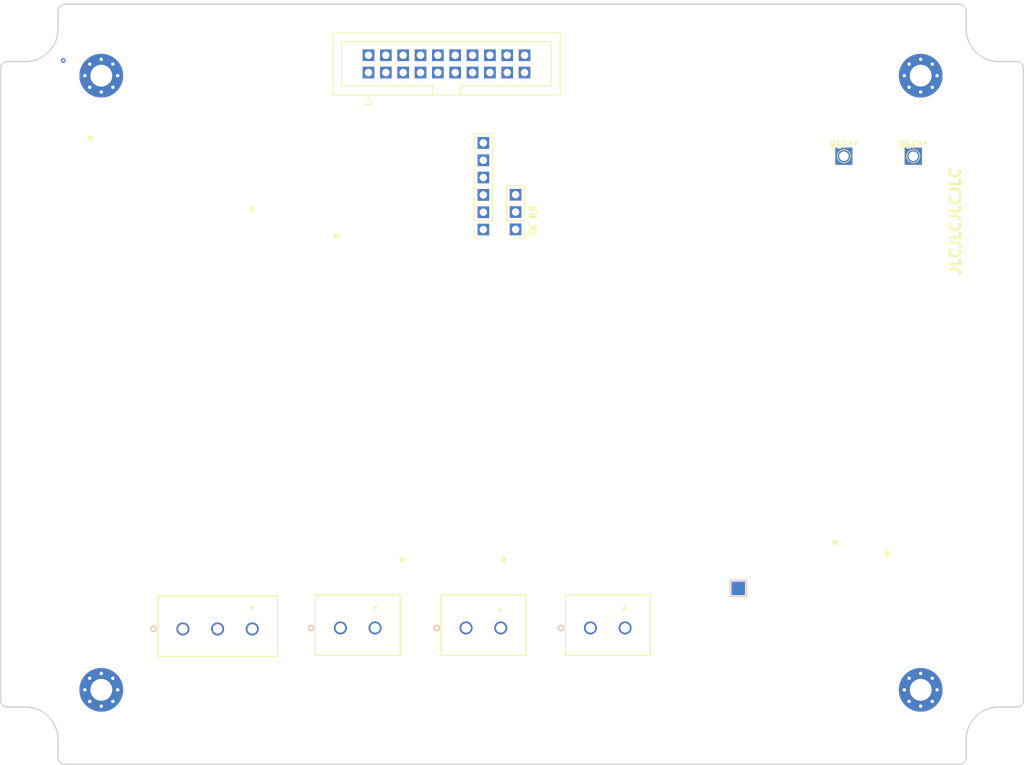
<source format=kicad_pcb>
(kicad_pcb (version 20221018) (generator pcbnew)
  (layers (0 "F.Cu" signal) (31 "B.Cu" signal) (34 "B.Paste" user) (35 "F.Paste" user) (36 "B.SilkS" user "B.Silkscreen") (37 "F.SilkS" user "F.Silkscreen") (38 "B.Mask" user) (39 "F.Mask" user) (44 "Edge.Cuts" user))
  (net 0 "")
  (footprint "MountingHole:MountingHole_3.2mm_M3_Pad_Via" (layer "F.Cu") (at 89.535 43.785)
    (fp_text reference "H2" hide)
    (fp_text value "M3")
    (pad "1" thru_hole circle locked (at -2.4 0) (size 0.8 0.8) (drill 0.5) (layers "*.Cu" "*.Mask"))
    (pad "1" thru_hole circle locked (at -1.697056 -1.697056) (size 0.8 0.8) (drill 0.5) (layers "*.Cu" "*.Mask"))
    (pad "1" thru_hole circle locked (at -1.697056 1.697056) (size 0.8 0.8) (drill 0.5) (layers "*.Cu" "*.Mask"))
    (pad "1" thru_hole circle locked (at 0 -2.4) (size 0.8 0.8) (drill 0.5) (layers "*.Cu" "*.Mask"))
    (pad "1" thru_hole circle locked (at 0 0) (size 6.4 6.4) (drill 3.2) (layers "*.Cu" "*.Mask"))
    (pad "1" thru_hole circle locked (at 0 2.4) (size 0.8 0.8) (drill 0.5) (layers "*.Cu" "*.Mask"))
    (pad "1" thru_hole circle locked (at 1.697056 -1.697056) (size 0.8 0.8) (drill 0.5) (layers "*.Cu" "*.Mask"))
    (pad "1" thru_hole circle locked (at 1.697056 1.697056) (size 0.8 0.8) (drill 0.5) (layers "*.Cu" "*.Mask"))
    (pad "1" thru_hole circle locked (at 2.4 0) (size 0.8 0.8) (drill 0.5) (layers "*.Cu" "*.Mask"))
  )
  (footprint "Connector_PinSocket_2.54mm:PinSocket_1x06_P2.54mm_Vertical" (layer "F.Cu") (at 145.48134 66.33532 180)
    (fp_text reference "J7" hide)
    (fp_text value "Conn_01x06_Female")
    (fp_line (start -1.33 1.27) (end -1.33 14.03) (stroke (width 0.12)) (layer "F.SilkS"))
    (fp_line (start -1.33 1.27) (end 1.33 1.27) (stroke (width 0.12)) (layer "F.SilkS"))
    (fp_line (start -1.33 14.03) (end 1.33 14.03) (stroke (width 0.12)) (layer "F.SilkS"))
    (fp_line (start 0 -1.33) (end 1.33 -1.33) (stroke (width 0.12)) (layer "F.SilkS"))
    (fp_line (start 1.33 -1.33) (end 1.33 0) (stroke (width 0.12)) (layer "F.SilkS"))
    (fp_line (start 1.33 1.27) (end 1.33 14.03) (stroke (width 0.12)) (layer "F.SilkS"))
    (pad "1" thru_hole rect locked (at 0 0 180) (size 1.7 1.7) (drill 1.1) (layers "*.Cu" "*.Mask"))
    (pad "2" thru_hole rect locked (at 0 2.54 180) (size 1.7 1.7) (drill 1.1) (layers "*.Cu" "*.Mask"))
    (pad "3" thru_hole rect locked (at 0 5.08 180) (size 1.7 1.7) (drill 1.1) (layers "*.Cu" "*.Mask"))
    (pad "4" thru_hole rect locked (at 0 7.62 180) (size 1.7 1.7) (drill 1.1) (layers "*.Cu" "*.Mask"))
    (pad "5" thru_hole rect locked (at 0 10.16 180) (size 1.7 1.7) (drill 1.1) (layers "*.Cu" "*.Mask"))
    (pad "6" thru_hole rect locked (at 0 12.7 180) (size 1.7 1.7) (drill 1.1) (layers "*.Cu" "*.Mask"))
  )
  (footprint "NLC:Phoenix_2P_1755736" (layer "F.Cu") (at 129.63 124.71)
    (fp_text reference "J2" hide)
    (fp_text value "Screw_Terminal_01x02" hide)
    (fp_text user "*" (at 0.01 -2.64) (layer "F.SilkS") (effects (font (thickness 0.16))))
    (fp_circle (center -9.3853 0) (end -9.0043 0) (stroke (width 0.1524)) (fill none) (layer "B.SilkS"))
    (fp_line (start -8.7503 -4.827001) (end -8.7503 4.037599) (stroke (width 0.1524)) (layer "F.SilkS"))
    (fp_line (start -8.7503 4.037599) (end 3.6703 4.037599) (stroke (width 0.1524)) (layer "F.SilkS"))
    (fp_line (start 3.6703 -4.827001) (end -8.7503 -4.827001) (stroke (width 0.1524)) (layer "F.SilkS"))
    (fp_line (start 3.6703 4.037599) (end 3.6703 -4.827001) (stroke (width 0.1524)) (layer "F.SilkS"))
    (fp_circle (center -9.3853 0) (end -9.0043 0) (stroke (width 0.1524)) (fill none) (layer "F.SilkS"))
    (pad "1" thru_hole circle locked (at -5.08 0) (size 1.905 1.905) (drill 1.397) (layers "*.Cu" "*.Mask"))
    (pad "2" thru_hole circle locked (at 0 0) (size 1.905 1.905) (drill 1.397) (layers "*.Cu" "*.Mask"))
  )
  (footprint "NLC:Phoenix_3P_1755749" (layer "F.Cu") (at 111.646 124.862)
    (fp_text reference "J5" hide)
    (fp_text value "Screw_Terminal_01x03" hide)
    (fp_text user "*" (at -0.026 -2.822) (layer "F.SilkS") (effects (font (thickness 0.16))))
    (fp_circle (center -14.4653 0) (end -14.0843 0) (stroke (width 0.1524)) (fill none) (layer "B.SilkS"))
    (fp_line (start -13.8303 -4.827001) (end -13.8303 4.037599) (stroke (width 0.1524)) (layer "F.SilkS"))
    (fp_line (start -13.8303 4.037599) (end 3.6703 4.037599) (stroke (width 0.1524)) (layer "F.SilkS"))
    (fp_line (start 3.6703 -4.827001) (end -13.8303 -4.827001) (stroke (width 0.1524)) (layer "F.SilkS"))
    (fp_line (start 3.6703 4.037599) (end 3.6703 -4.827001) (stroke (width 0.1524)) (layer "F.SilkS"))
    (fp_circle (center -14.4653 0) (end -14.0843 0) (stroke (width 0.1524)) (fill none) (layer "F.SilkS"))
    (pad "1" thru_hole circle locked (at -10.16 0) (size 1.905 1.905) (drill 1.397) (layers "*.Cu" "*.Mask"))
    (pad "2" thru_hole circle locked (at -5.08 0) (size 1.905 1.905) (drill 1.397) (layers "*.Cu" "*.Mask"))
    (pad "3" thru_hole circle locked (at 0 0) (size 1.905 1.905) (drill 1.397) (layers "*.Cu" "*.Mask"))
  )
  (footprint "MountingHole:MountingHole_3.2mm_M3_Pad_Via" (layer "F.Cu") (at 209.535 43.785)
    (fp_text reference "H3" hide)
    (fp_text value "M3")
    (pad "1" thru_hole circle locked (at -2.4 0) (size 0.8 0.8) (drill 0.5) (layers "*.Cu" "*.Mask"))
    (pad "1" thru_hole circle locked (at -1.697056 -1.697056) (size 0.8 0.8) (drill 0.5) (layers "*.Cu" "*.Mask"))
    (pad "1" thru_hole circle locked (at -1.697056 1.697056) (size 0.8 0.8) (drill 0.5) (layers "*.Cu" "*.Mask"))
    (pad "1" thru_hole circle locked (at 0 -2.4) (size 0.8 0.8) (drill 0.5) (layers "*.Cu" "*.Mask"))
    (pad "1" thru_hole circle locked (at 0 0) (size 6.4 6.4) (drill 3.2) (layers "*.Cu" "*.Mask"))
    (pad "1" thru_hole circle locked (at 0 2.4) (size 0.8 0.8) (drill 0.5) (layers "*.Cu" "*.Mask"))
    (pad "1" thru_hole circle locked (at 1.697056 -1.697056) (size 0.8 0.8) (drill 0.5) (layers "*.Cu" "*.Mask"))
    (pad "1" thru_hole circle locked (at 1.697056 1.697056) (size 0.8 0.8) (drill 0.5) (layers "*.Cu" "*.Mask"))
    (pad "1" thru_hole circle locked (at 2.4 0) (size 0.8 0.8) (drill 0.5) (layers "*.Cu" "*.Mask"))
  )
  (footprint "TestPoint:TestPoint_THTPad_D1.5mm_Drill0.7mm" (layer "F.Cu") (at 198.29 55.59)
    (fp_text reference "REF**" (at 0 -1.648) (layer "F.SilkS"))
    (fp_text value "TestPoint_THTPad_D1.5mm_Drill0.7mm")
    (fp_circle (center 0 0) (end 0 0.95) (stroke (width 0.12)) (fill none) (layer "F.SilkS"))
    (pad "1" thru_hole rect (at 0 0) (size 2.5 2.5) (drill 1.4) (layers "*.Cu" "*.Mask"))
  )
  (footprint "Connector_PinHeader_2.54mm:PinHeader_1x03_P2.54mm_Vertical" (layer "F.Cu") (at 150.21 66.31 180)
    (fp_text reference "J6" hide)
    (fp_text value "Conn_01x03")
    (fp_line (start -1.33 -1.33) (end 0 -1.33) (stroke (width 0.12)) (layer "F.SilkS"))
    (fp_line (start -1.33 0) (end -1.33 -1.33) (stroke (width 0.12)) (layer "F.SilkS"))
    (fp_line (start -1.33 1.27) (end -1.33 6.41) (stroke (width 0.12)) (layer "F.SilkS"))
    (fp_line (start -1.33 1.27) (end 1.33 1.27) (stroke (width 0.12)) (layer "F.SilkS"))
    (fp_line (start -1.33 6.41) (end 1.33 6.41) (stroke (width 0.12)) (layer "F.SilkS"))
    (fp_line (start 1.33 1.27) (end 1.33 6.41) (stroke (width 0.12)) (layer "F.SilkS"))
    (pad "1" thru_hole rect locked (at 0 0 180) (size 1.7 1.7) (drill 1.1) (layers "*.Cu" "*.Mask"))
    (pad "2" thru_hole rect locked (at 0 2.54 180) (size 1.7 1.7) (drill 1.1) (layers "*.Cu" "*.Mask"))
    (pad "3" thru_hole rect locked (at 0 5.08 180) (size 1.7 1.7) (drill 1.1) (layers "*.Cu" "*.Mask"))
  )
  (footprint "Connector_IDC:IDC-Header_2x10_P2.54mm_Vertical" (layer "F.Cu") (at 128.664 43.328 90)
    (fp_text reference "J4" hide)
    (fp_text value "Conn_02x10_Top_Bottom")
    (fp_line (start -4.68 -0.5) (end -4.68 0.5) (stroke (width 0.12)) (layer "F.SilkS"))
    (fp_line (start -4.68 0.5) (end -3.68 0) (stroke (width 0.12)) (layer "F.SilkS"))
    (fp_line (start -3.68 0) (end -4.68 -0.5) (stroke (width 0.12)) (layer "F.SilkS"))
    (fp_line (start -3.29 -5.21) (end 5.83 -5.21) (stroke (width 0.12)) (layer "F.SilkS"))
    (fp_line (start -3.29 9.38) (end -1.98 9.38) (stroke (width 0.12)) (layer "F.SilkS"))
    (fp_line (start -3.29 28.07) (end -3.29 -5.21) (stroke (width 0.12)) (layer "F.SilkS"))
    (fp_line (start -1.98 -3.91) (end 4.52 -3.91) (stroke (width 0.12)) (layer "F.SilkS"))
    (fp_line (start -1.98 9.38) (end -1.98 -3.91) (stroke (width 0.12)) (layer "F.SilkS"))
    (fp_line (start -1.98 13.48) (end -3.29 13.48) (stroke (width 0.12)) (layer "F.SilkS"))
    (fp_line (start -1.98 13.48) (end -1.98 13.48) (stroke (width 0.12)) (layer "F.SilkS"))
    (fp_line (start -1.98 26.77) (end -1.98 13.48) (stroke (width 0.12)) (layer "F.SilkS"))
    (fp_line (start 4.52 -3.91) (end 4.52 26.77) (stroke (width 0.12)) (layer "F.SilkS"))
    (fp_line (start 4.52 26.77) (end -1.98 26.77) (stroke (width 0.12)) (layer "F.SilkS"))
    (fp_line (start 5.83 -5.21) (end 5.83 28.07) (stroke (width 0.12)) (layer "F.SilkS"))
    (fp_line (start 5.83 28.07) (end -3.29 28.07) (stroke (width 0.12)) (layer "F.SilkS"))
    (pad "1" thru_hole rect locked (at 0 0 90) (size 1.7 1.7) (drill 1.1) (layers "*.Cu" "*.Mask"))
    (pad "2" thru_hole rect locked (at 2.54 0 90) (size 1.7 1.7) (drill 1.1) (layers "*.Cu" "*.Mask"))
    (pad "3" thru_hole rect locked (at 0 2.54 90) (size 1.7 1.7) (drill 1.1) (layers "*.Cu" "*.Mask"))
    (pad "4" thru_hole rect locked (at 2.54 2.54 90) (size 1.7 1.7) (drill 1.1) (layers "*.Cu" "*.Mask"))
    (pad "5" thru_hole rect locked (at 0 5.08 90) (size 1.7 1.7) (drill 1.1) (layers "*.Cu" "*.Mask"))
    (pad "6" thru_hole rect locked (at 2.54 5.08 90) (size 1.7 1.7) (drill 1.1) (layers "*.Cu" "*.Mask"))
    (pad "7" thru_hole rect locked (at 0 7.62 90) (size 1.7 1.7) (drill 1.1) (layers "*.Cu" "*.Mask"))
    (pad "8" thru_hole rect locked (at 2.54 7.62 90) (size 1.7 1.7) (drill 1.1) (layers "*.Cu" "*.Mask"))
    (pad "9" thru_hole rect locked (at 0 10.16 90) (size 1.7 1.7) (drill 1.1) (layers "*.Cu" "*.Mask"))
    (pad "10" thru_hole rect locked (at 2.54 10.16 90) (size 1.7 1.7) (drill 1.1) (layers "*.Cu" "*.Mask"))
    (pad "11" thru_hole rect locked (at 0 12.7 90) (size 1.7 1.7) (drill 1.1) (layers "*.Cu" "*.Mask"))
    (pad "12" thru_hole rect locked (at 2.54 12.7 90) (size 1.7 1.7) (drill 1.1) (layers "*.Cu" "*.Mask"))
    (pad "13" thru_hole rect locked (at 0 15.24 90) (size 1.7 1.7) (drill 1.1) (layers "*.Cu" "*.Mask"))
    (pad "14" thru_hole rect locked (at 2.54 15.24 90) (size 1.7 1.7) (drill 1.1) (layers "*.Cu" "*.Mask"))
    (pad "15" thru_hole rect locked (at 0 17.78 90) (size 1.7 1.7) (drill 1.1) (layers "*.Cu" "*.Mask"))
    (pad "16" thru_hole rect locked (at 2.54 17.78 90) (size 1.7 1.7) (drill 1.1) (layers "*.Cu" "*.Mask"))
    (pad "17" thru_hole rect locked (at 0 20.32 90) (size 1.7 1.7) (drill 1.1) (layers "*.Cu" "*.Mask"))
    (pad "18" thru_hole rect locked (at 2.54 20.32 90) (size 1.7 1.7) (drill 1.1) (layers "*.Cu" "*.Mask"))
    (pad "19" thru_hole rect locked (at 0 22.86 90) (size 1.7 1.7) (drill 1.1) (layers "*.Cu" "*.Mask"))
    (pad "20" thru_hole rect locked (at 2.54 22.86 90) (size 1.7 1.7) (drill 1.1) (layers "*.Cu" "*.Mask"))
  )
  (footprint "TestPoint:TestPoint_THTPad_D1.5mm_Drill0.7mm" (layer "F.Cu") (at 208.45 55.59)
    (fp_text reference "REF**" (at 0 -1.648) (layer "F.SilkS"))
    (fp_text value "TestPoint_THTPad_D1.5mm_Drill0.7mm")
    (fp_circle (center 0 0) (end 0 0.95) (stroke (width 0.12)) (fill none) (layer "F.SilkS"))
    (pad "1" thru_hole rect (at 0 0) (size 2.5 2.5) (drill 1.4) (layers "*.Cu" "*.Mask"))
  )
  (footprint "NLC:Phoenix_2P_1755736" (layer "F.Cu") (at 166.244 124.71)
    (fp_text reference "J1" hide)
    (fp_text value "Screw_Terminal_01x02" hide)
    (fp_text user "*" (at -0.094 -2.5) (layer "F.SilkS") (effects (font (thickness 0.16))))
    (fp_circle (center -9.3853 0) (end -9.0043 0) (stroke (width 0.1524)) (fill none) (layer "B.SilkS"))
    (fp_line (start -8.7503 -4.827001) (end -8.7503 4.037599) (stroke (width 0.1524)) (layer "F.SilkS"))
    (fp_line (start -8.7503 4.037599) (end 3.6703 4.037599) (stroke (width 0.1524)) (layer "F.SilkS"))
    (fp_line (start 3.6703 -4.827001) (end -8.7503 -4.827001) (stroke (width 0.1524)) (layer "F.SilkS"))
    (fp_line (start 3.6703 4.037599) (end 3.6703 -4.827001) (stroke (width 0.1524)) (layer "F.SilkS"))
    (fp_circle (center -9.3853 0) (end -9.0043 0) (stroke (width 0.1524)) (fill none) (layer "F.SilkS"))
    (pad "1" thru_hole circle locked (at -5.08 0) (size 1.905 1.905) (drill 1.397) (layers "*.Cu" "*.Mask"))
    (pad "2" thru_hole circle locked (at 0 0) (size 1.905 1.905) (drill 1.397) (layers "*.Cu" "*.Mask"))
  )
  (footprint "MountingHole:MountingHole_3.2mm_M3_Pad_Via" (layer "F.Cu") (at 89.535 133.785)
    (fp_text reference "H1" hide)
    (fp_text value "M3")
    (pad "1" thru_hole circle locked (at -2.4 0) (size 0.8 0.8) (drill 0.5) (layers "*.Cu" "*.Mask"))
    (pad "1" thru_hole circle locked (at -1.697056 -1.697056) (size 0.8 0.8) (drill 0.5) (layers "*.Cu" "*.Mask"))
    (pad "1" thru_hole circle locked (at -1.697056 1.697056) (size 0.8 0.8) (drill 0.5) (layers "*.Cu" "*.Mask"))
    (pad "1" thru_hole circle locked (at 0 -2.4) (size 0.8 0.8) (drill 0.5) (layers "*.Cu" "*.Mask"))
    (pad "1" thru_hole circle locked (at 0 0) (size 6.4 6.4) (drill 3.2) (layers "*.Cu" "*.Mask"))
    (pad "1" thru_hole circle locked (at 0 2.4) (size 0.8 0.8) (drill 0.5) (layers "*.Cu" "*.Mask"))
    (pad "1" thru_hole circle locked (at 1.697056 -1.697056) (size 0.8 0.8) (drill 0.5) (layers "*.Cu" "*.Mask"))
    (pad "1" thru_hole circle locked (at 1.697056 1.697056) (size 0.8 0.8) (drill 0.5) (layers "*.Cu" "*.Mask"))
    (pad "1" thru_hole circle locked (at 2.4 0) (size 0.8 0.8) (drill 0.5) (layers "*.Cu" "*.Mask"))
  )
  (footprint "MountingHole:MountingHole_3.2mm_M3_Pad_Via" (layer "F.Cu") (at 209.535 133.785)
    (fp_text reference "H4" hide)
    (fp_text value "M3")
    (pad "1" thru_hole circle locked (at -2.4 0) (size 0.8 0.8) (drill 0.5) (layers "*.Cu" "*.Mask"))
    (pad "1" thru_hole circle locked (at -1.697056 -1.697056) (size 0.8 0.8) (drill 0.5) (layers "*.Cu" "*.Mask"))
    (pad "1" thru_hole circle locked (at -1.697056 1.697056) (size 0.8 0.8) (drill 0.5) (layers "*.Cu" "*.Mask"))
    (pad "1" thru_hole circle locked (at 0 -2.4) (size 0.8 0.8) (drill 0.5) (layers "*.Cu" "*.Mask"))
    (pad "1" thru_hole circle locked (at 0 0) (size 6.4 6.4) (drill 3.2) (layers "*.Cu" "*.Mask"))
    (pad "1" thru_hole circle locked (at 0 2.4) (size 0.8 0.8) (drill 0.5) (layers "*.Cu" "*.Mask"))
    (pad "1" thru_hole circle locked (at 1.697056 -1.697056) (size 0.8 0.8) (drill 0.5) (layers "*.Cu" "*.Mask"))
    (pad "1" thru_hole circle locked (at 1.697056 1.697056) (size 0.8 0.8) (drill 0.5) (layers "*.Cu" "*.Mask"))
    (pad "1" thru_hole circle locked (at 2.4 0) (size 0.8 0.8) (drill 0.5) (layers "*.Cu" "*.Mask"))
  )
  (footprint "NLC:Phoenix_2P_1755736" (layer "F.Cu") (at 148.036 124.71)
    (fp_text reference "J3" hide)
    (fp_text value "Screw_Terminal_01x02" hide)
    (fp_text user "*" (at -0.026 -2.27) (layer "F.SilkS") (effects (font (thickness 0.16))))
    (fp_circle (center -9.3853 0) (end -9.0043 0) (stroke (width 0.1524)) (fill none) (layer "B.SilkS"))
    (fp_line (start -8.7503 -4.827001) (end -8.7503 4.037599) (stroke (width 0.1524)) (layer "F.SilkS"))
    (fp_line (start -8.7503 4.037599) (end 3.6703 4.037599) (stroke (width 0.1524)) (layer "F.SilkS"))
    (fp_line (start 3.6703 -4.827001) (end -8.7503 -4.827001) (stroke (width 0.1524)) (layer "F.SilkS"))
    (fp_line (start 3.6703 4.037599) (end 3.6703 -4.827001) (stroke (width 0.1524)) (layer "F.SilkS"))
    (fp_circle (center -9.3853 0) (end -9.0043 0) (stroke (width 0.1524)) (fill none) (layer "F.SilkS"))
    (pad "1" thru_hole circle locked (at -5.08 0) (size 1.905 1.905) (drill 1.397) (layers "*.Cu" "*.Mask"))
    (pad "2" thru_hole circle locked (at 0 0) (size 1.905 1.905) (drill 1.397) (layers "*.Cu" "*.Mask"))
  )
  (footprint "TestPoint:TestPoint_Pad_2.0x2.0mm" (layer "B.Cu") (at 182.81 118.91 180)
    (fp_text reference "TP1" hide)
    (fp_text value "VCC_TP")
    (fp_line (start -1.2 -1.2) (end -1.2 1.2) (stroke (width 0.12)) (layer "B.SilkS"))
    (fp_line (start -1.2 1.2) (end 1.2 1.2) (stroke (width 0.12)) (layer "B.SilkS"))
    (fp_line (start 1.2 -1.2) (end -1.2 -1.2) (stroke (width 0.12)) (layer "B.SilkS"))
    (fp_line (start 1.2 1.2) (end 1.2 -1.2) (stroke (width 0.12)) (layer "B.SilkS"))
    (pad "1" smd rect locked (at 0 0 180) (size 2 2) (layers "B.Cu" "B.Mask"))
  )
  (gr_circle (center 148.41 114.71) (end 148.51 114.71) (stroke (width 0.3)) (fill none) (layer "F.SilkS"))
  (gr_circle (center 204.61 113.81) (end 204.71 113.81) (stroke (width 0.3)) (fill none) (layer "F.SilkS"))
  (gr_circle (center 133.61 114.71) (end 133.71 114.71) (stroke (width 0.3)) (fill none) (layer "F.SilkS"))
  (gr_circle (center 124.01 67.31) (end 124.11 67.31) (stroke (width 0.3)) (fill none) (layer "F.SilkS"))
  (gr_circle (center 87.91 53.01) (end 88.01 53.01) (stroke (width 0.3)) (fill none) (layer "F.SilkS"))
  (gr_circle (center 197.01 112.21) (end 197.11 112.21) (stroke (width 0.3)) (fill none) (layer "F.SilkS"))
  (gr_circle (center 111.61 63.31) (end 111.71 63.31) (stroke (width 0.3)) (fill none) (layer "F.SilkS"))
  (gr_arc (start 215.215256 33.316606) (mid 215.903415 33.601611) (end 216.18842 34.28977) (stroke (width 0.2)) (layer "Edge.Cuts"))
  (gr_line (start 84.175256 144.702935) (end 215.215256 144.702935) (stroke (width 0.2)) (layer "Edge.Cuts"))
  (gr_line (start 215.215256 33.316606) (end 84.175256 33.316606) (stroke (width 0.2)) (layer "Edge.Cuts"))
  (gr_arc (start 83.202092 36.92977) (mid 81.80006 40.314574) (end 78.415256 41.716606) (stroke (width 0.2)) (layer "Edge.Cuts"))
  (gr_arc (start 216.188421 141.08977) (mid 217.590458 137.704972) (end 220.975256 136.302935) (stroke (width 0.2)) (layer "Edge.Cuts"))
  (gr_line (start 83.202092 34.28977) (end 83.202092 36.92977) (stroke (width 0.2)) (layer "Edge.Cuts"))
  (gr_line (start 220.975256 136.302935) (end 223.615256 136.302935) (stroke (width 0.2)) (layer "Edge.Cuts"))
  (gr_arc (start 224.588421 135.32977) (mid 224.303393 136.017907) (end 223.615256 136.302935) (stroke (width 0.2)) (layer "Edge.Cuts"))
  (gr_line (start 74.802092 42.68977) (end 74.802092 135.32977) (stroke (width 0.2)) (layer "Edge.Cuts"))
  (gr_line (start 78.415256 41.716606) (end 75.775256 41.716606) (stroke (width 0.2)) (layer "Edge.Cuts"))
  (gr_arc (start 74.802092 42.68977) (mid 75.087131 42.001645) (end 75.775256 41.716606) (stroke (width 0.2)) (layer "Edge.Cuts"))
  (gr_line (start 223.615256 41.716606) (end 220.975256 41.716606) (stroke (width 0.2)) (layer "Edge.Cuts"))
  (gr_arc (start 84.175256 144.702934) (mid 83.487154 144.417872) (end 83.202092 143.72977) (stroke (width 0.2)) (layer "Edge.Cuts"))
  (gr_line (start 83.202092 141.08977) (end 83.202092 143.72977) (stroke (width 0.2)) (layer "Edge.Cuts"))
  (gr_line (start 224.588421 135.32977) (end 224.588421 42.69877) (stroke (width 0.2)) (layer "Edge.Cuts"))
  (gr_arc (start 223.615256 41.716563) (mid 224.30662 42.00477) (end 224.588421 42.69877) (stroke (width 0.2)) (layer "Edge.Cuts"))
  (gr_line (start 216.18842 143.72977) (end 216.18842 141.08977) (stroke (width 0.2)) (layer "Edge.Cuts"))
  (gr_arc (start 83.202092 34.28977) (mid 83.487131 33.601645) (end 84.175256 33.316606) (stroke (width 0.2)) (layer "Edge.Cuts"))
  (gr_line (start 216.18842 36.92977) (end 216.18842 34.28977) (stroke (width 0.2)) (layer "Edge.Cuts"))
  (gr_arc (start 220.975256 41.716606) (mid 217.59048 40.314546) (end 216.18842 36.92977) (stroke (width 0.2)) (layer "Edge.Cuts"))
  (gr_arc (start 75.775256 136.302934) (mid 75.087154 136.017872) (end 74.802092 135.32977) (stroke (width 0.2)) (layer "Edge.Cuts"))
  (gr_line (start 75.775256 136.302935) (end 78.415256 136.302935) (stroke (width 0.2)) (layer "Edge.Cuts"))
  (gr_arc (start 78.415256 136.302934) (mid 81.800089 137.704937) (end 83.202092 141.08977) (stroke (width 0.2)) (layer "Edge.Cuts"))
  (gr_arc (start 216.188421 143.72977) (mid 215.903393 144.417907) (end 215.215256 144.702935) (stroke (width 0.2)) (layer "Edge.Cuts"))
  (gr_text "TX" (at 152.794 66.442 90) (layer "F.SilkS") (effects (font (size 1 1) (thickness 0.25))))
  (gr_text "RX" (at 152.794 63.775 90) (layer "F.SilkS") (effects (font (size 1 1) (thickness 0.25))))
  (gr_text "JLCJLCJLCJLC" (at 214.61 65.11 90) (layer "F.SilkS") (effects (font (size 1.524 1.524) (thickness 0.3048))))
  (via (at 83.96 41.55) (size 0.6858) (drill 0.3302) (layers "F.Cu" "B.Cu") (net 0))
)
</source>
